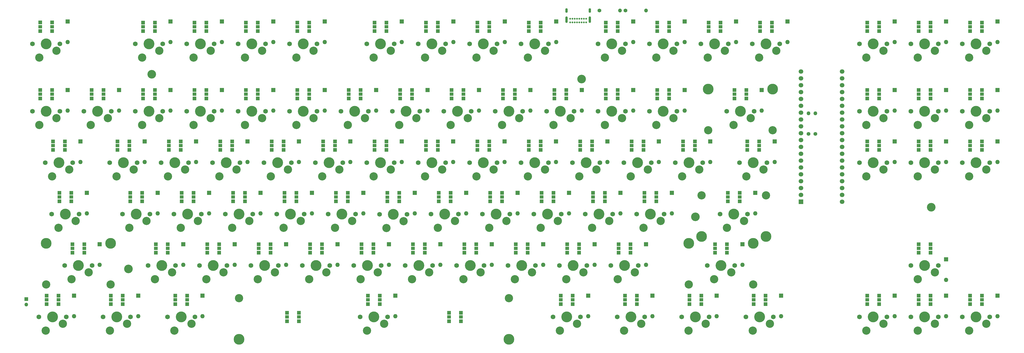
<source format=gbr>
%TF.GenerationSoftware,KiCad,Pcbnew,7.0.2*%
%TF.CreationDate,2023-04-24T23:20:51+02:00*%
%TF.ProjectId,TKL,544b4c2e-6b69-4636-9164-5f7063625858,rev?*%
%TF.SameCoordinates,Original*%
%TF.FileFunction,Soldermask,Top*%
%TF.FilePolarity,Negative*%
%FSLAX46Y46*%
G04 Gerber Fmt 4.6, Leading zero omitted, Abs format (unit mm)*
G04 Created by KiCad (PCBNEW 7.0.2) date 2023-04-24 23:20:51*
%MOMM*%
%LPD*%
G01*
G04 APERTURE LIST*
%ADD10C,3.200000*%
%ADD11C,1.400000*%
%ADD12O,1.400000X1.400000*%
%ADD13C,1.750000*%
%ADD14C,3.050000*%
%ADD15C,4.000000*%
%ADD16R,1.400000X1.400000*%
%ADD17R,1.400000X1.300000*%
%ADD18R,1.350000X1.350000*%
%ADD19O,1.350000X1.350000*%
%ADD20C,3.048000*%
%ADD21C,3.987800*%
%ADD22R,1.600000X1.600000*%
%ADD23O,1.600000X1.600000*%
%ADD24R,1.700000X1.700000*%
%ADD25C,1.700000*%
%ADD26C,0.650000*%
%ADD27O,0.900000X1.700000*%
%ADD28O,0.900000X2.400000*%
G04 APERTURE END LIST*
D10*
%TO.C,*%
X354076000Y-87122000D03*
%TD*%
%TO.C,*%
X56642000Y-109982000D03*
%TD*%
%TO.C,*%
X266700000Y-90678000D03*
%TD*%
%TO.C,*%
X224536000Y-39624000D03*
%TD*%
%TO.C,REF\u002A\u002A*%
X65278000Y-37846000D03*
%TD*%
D11*
%TO.C,R4*%
X240792000Y-14224000D03*
D12*
X248412000Y-14224000D03*
%TD*%
%TO.C,R3*%
X308610000Y-52324000D03*
D11*
X308610000Y-59944000D03*
%TD*%
D12*
%TO.C,R2*%
X311150000Y-52324000D03*
D11*
X311150000Y-59944000D03*
%TD*%
%TO.C,R1*%
X231140000Y-14224000D03*
D12*
X238760000Y-14224000D03*
%TD*%
D13*
%TO.C,SW2*%
X126550750Y-26612963D03*
D14*
X125280750Y-29152963D03*
D15*
X121470750Y-26612963D03*
D14*
X118930750Y-31692963D03*
D13*
X116390750Y-26612963D03*
%TD*%
%TO.C,SW3*%
X240850750Y-26612963D03*
D14*
X239580750Y-29152963D03*
D15*
X235770750Y-26612963D03*
D14*
X233230750Y-31692963D03*
D13*
X230690750Y-26612963D03*
%TD*%
%TO.C,SW4*%
X337688250Y-26612963D03*
D14*
X336418250Y-29152963D03*
D15*
X332608250Y-26612963D03*
D14*
X330068250Y-31692963D03*
D13*
X327528250Y-26612963D03*
%TD*%
%TO.C,SW5*%
X69400750Y-26612963D03*
D14*
X68130750Y-29152963D03*
D15*
X64320750Y-26612963D03*
D14*
X61780750Y-31692963D03*
D13*
X59240750Y-26612963D03*
%TD*%
%TO.C,SW7*%
X259900750Y-26612963D03*
D14*
X258630750Y-29152963D03*
D15*
X254820750Y-26612963D03*
D14*
X252280750Y-31692963D03*
D13*
X249740750Y-26612963D03*
%TD*%
%TO.C,SW8*%
X356738250Y-26612963D03*
D14*
X355468250Y-29152963D03*
D15*
X351658250Y-26612963D03*
D14*
X349118250Y-31692963D03*
D13*
X346578250Y-26612963D03*
%TD*%
%TO.C,SW9*%
X88450750Y-26612963D03*
D14*
X87180750Y-29152963D03*
D15*
X83370750Y-26612963D03*
D14*
X80830750Y-31692963D03*
D13*
X78290750Y-26612963D03*
%TD*%
%TO.C,SW11*%
X278950750Y-26612963D03*
D14*
X277680750Y-29152963D03*
D15*
X273870750Y-26612963D03*
D14*
X271330750Y-31692963D03*
D13*
X268790750Y-26612963D03*
%TD*%
%TO.C,SW12*%
X375788250Y-26612963D03*
D14*
X374518250Y-29152963D03*
D15*
X370708250Y-26612963D03*
D14*
X368168250Y-31692963D03*
D13*
X365628250Y-26612963D03*
%TD*%
%TO.C,SW14*%
X107500750Y-26612963D03*
D14*
X106230750Y-29152963D03*
D15*
X102420750Y-26612963D03*
D14*
X99880750Y-31692963D03*
D13*
X97340750Y-26612963D03*
%TD*%
%TO.C,SW15*%
X298000750Y-26612963D03*
D14*
X296730750Y-29152963D03*
D15*
X292920750Y-26612963D03*
D14*
X290380750Y-31692963D03*
D13*
X287840750Y-26612963D03*
%TD*%
%TO.C,SW17*%
X31273750Y-51593750D03*
D14*
X30003750Y-54133750D03*
D15*
X26193750Y-51593750D03*
D14*
X23653750Y-56673750D03*
D13*
X21113750Y-51593750D03*
%TD*%
%TO.C,SW18*%
X126523750Y-51593750D03*
D14*
X125253750Y-54133750D03*
D15*
X121443750Y-51593750D03*
D14*
X118903750Y-56673750D03*
D13*
X116363750Y-51593750D03*
%TD*%
%TO.C,SW19*%
X240823750Y-51593750D03*
D14*
X239553750Y-54133750D03*
D15*
X235743750Y-51593750D03*
D14*
X233203750Y-56673750D03*
D13*
X230663750Y-51593750D03*
%TD*%
%TO.C,SW20*%
X375761250Y-51593750D03*
D14*
X374491250Y-54133750D03*
D15*
X370681250Y-51593750D03*
D14*
X368141250Y-56673750D03*
D13*
X365601250Y-51593750D03*
%TD*%
%TO.C,SW21*%
X50323750Y-51593750D03*
D14*
X49053750Y-54133750D03*
D15*
X45243750Y-51593750D03*
D14*
X42703750Y-56673750D03*
D13*
X40163750Y-51593750D03*
%TD*%
%TO.C,SW22*%
X145573750Y-51593750D03*
D14*
X144303750Y-54133750D03*
D15*
X140493750Y-51593750D03*
D14*
X137953750Y-56673750D03*
D13*
X135413750Y-51593750D03*
%TD*%
%TO.C,SW23*%
X259873750Y-51593750D03*
D14*
X258603750Y-54133750D03*
D15*
X254793750Y-51593750D03*
D14*
X252253750Y-56673750D03*
D13*
X249713750Y-51593750D03*
%TD*%
%TO.C,SW24*%
X69373750Y-51593750D03*
D14*
X68103750Y-54133750D03*
D15*
X64293750Y-51593750D03*
D14*
X61753750Y-56673750D03*
D13*
X59213750Y-51593750D03*
%TD*%
%TO.C,SW25*%
X164623750Y-51593750D03*
D14*
X163353750Y-54133750D03*
D15*
X159543750Y-51593750D03*
D14*
X157003750Y-56673750D03*
D13*
X154463750Y-51593750D03*
%TD*%
%TO.C,SW26*%
X288448750Y-51593750D03*
D14*
X287178750Y-54133750D03*
D15*
X283368750Y-51593750D03*
D14*
X280828750Y-56673750D03*
D13*
X278288750Y-51593750D03*
%TD*%
%TO.C,SW27*%
X88423750Y-51593750D03*
D14*
X87153750Y-54133750D03*
D15*
X83343750Y-51593750D03*
D14*
X80803750Y-56673750D03*
D13*
X78263750Y-51593750D03*
%TD*%
%TO.C,SW28*%
X337661250Y-51593750D03*
D14*
X336391250Y-54133750D03*
D15*
X332581250Y-51593750D03*
D14*
X330041250Y-56673750D03*
D13*
X327501250Y-51593750D03*
%TD*%
%TO.C,SW29*%
X183673750Y-51593750D03*
D14*
X182403750Y-54133750D03*
D15*
X178593750Y-51593750D03*
D14*
X176053750Y-56673750D03*
D13*
X173513750Y-51593750D03*
%TD*%
%TO.C,SW30*%
X356711250Y-51593750D03*
D14*
X355441250Y-54133750D03*
D15*
X351631250Y-51593750D03*
D14*
X349091250Y-56673750D03*
D13*
X346551250Y-51593750D03*
%TD*%
%TO.C,SW31*%
X107473750Y-51593750D03*
D14*
X106203750Y-54133750D03*
D15*
X102393750Y-51593750D03*
D14*
X99853750Y-56673750D03*
D13*
X97313750Y-51593750D03*
%TD*%
%TO.C,SW32*%
X202723750Y-51593750D03*
D14*
X201453750Y-54133750D03*
D15*
X197643750Y-51593750D03*
D14*
X195103750Y-56673750D03*
D13*
X192563750Y-51593750D03*
%TD*%
%TO.C,SW33*%
X221773750Y-51593750D03*
D14*
X220503750Y-54133750D03*
D15*
X216693750Y-51593750D03*
D14*
X214153750Y-56673750D03*
D13*
X211613750Y-51593750D03*
%TD*%
%TO.C,SW34*%
X36036250Y-70643750D03*
D14*
X34766250Y-73183750D03*
D15*
X30956250Y-70643750D03*
D14*
X28416250Y-75723750D03*
D13*
X25876250Y-70643750D03*
%TD*%
%TO.C,SW35*%
X136048750Y-70643750D03*
D14*
X134778750Y-73183750D03*
D15*
X130968750Y-70643750D03*
D14*
X128428750Y-75723750D03*
D13*
X125888750Y-70643750D03*
%TD*%
%TO.C,SW36*%
X250348750Y-70643750D03*
D14*
X249078750Y-73183750D03*
D15*
X245268750Y-70643750D03*
D14*
X242728750Y-75723750D03*
D13*
X240188750Y-70643750D03*
%TD*%
%TO.C,SW37*%
X375761250Y-70643750D03*
D14*
X374491250Y-73183750D03*
D15*
X370681250Y-70643750D03*
D14*
X368141250Y-75723750D03*
D13*
X365601250Y-70643750D03*
%TD*%
%TO.C,SW38*%
X59848750Y-70643750D03*
D14*
X58578750Y-73183750D03*
D15*
X54768750Y-70643750D03*
D14*
X52228750Y-75723750D03*
D13*
X49688750Y-70643750D03*
%TD*%
%TO.C,SW39*%
X155098750Y-70643750D03*
D14*
X153828750Y-73183750D03*
D15*
X150018750Y-70643750D03*
D14*
X147478750Y-75723750D03*
D13*
X144938750Y-70643750D03*
%TD*%
%TO.C,SW40*%
X269398750Y-70643750D03*
D14*
X268128750Y-73183750D03*
D15*
X264318750Y-70643750D03*
D14*
X261778750Y-75723750D03*
D13*
X259238750Y-70643750D03*
%TD*%
%TO.C,SW41*%
X78898750Y-70643750D03*
D14*
X77628750Y-73183750D03*
D15*
X73818750Y-70643750D03*
D14*
X71278750Y-75723750D03*
D13*
X68738750Y-70643750D03*
%TD*%
%TO.C,SW42*%
X174148750Y-70643750D03*
D14*
X172878750Y-73183750D03*
D15*
X169068750Y-70643750D03*
D14*
X166528750Y-75723750D03*
D13*
X163988750Y-70643750D03*
%TD*%
%TO.C,SW43*%
X293211250Y-70643750D03*
D14*
X291941250Y-73183750D03*
D15*
X288131250Y-70643750D03*
D14*
X285591250Y-75723750D03*
D13*
X283051250Y-70643750D03*
%TD*%
%TO.C,SW44*%
X97948750Y-70643750D03*
D14*
X96678750Y-73183750D03*
D15*
X92868750Y-70643750D03*
D14*
X90328750Y-75723750D03*
D13*
X87788750Y-70643750D03*
%TD*%
%TO.C,SW45*%
X337661250Y-70643750D03*
D14*
X336391250Y-73183750D03*
D15*
X332581250Y-70643750D03*
D14*
X330041250Y-75723750D03*
D13*
X327501250Y-70643750D03*
%TD*%
%TO.C,SW46*%
X193198750Y-70643750D03*
D14*
X191928750Y-73183750D03*
D15*
X188118750Y-70643750D03*
D14*
X185578750Y-75723750D03*
D13*
X183038750Y-70643750D03*
%TD*%
%TO.C,SW47*%
X356711250Y-70643750D03*
D14*
X355441250Y-73183750D03*
D15*
X351631250Y-70643750D03*
D14*
X349091250Y-75723750D03*
D13*
X346551250Y-70643750D03*
%TD*%
%TO.C,SW48*%
X116998750Y-70643750D03*
D14*
X115728750Y-73183750D03*
D15*
X111918750Y-70643750D03*
D14*
X109378750Y-75723750D03*
D13*
X106838750Y-70643750D03*
%TD*%
%TO.C,SW49*%
X212248750Y-70643750D03*
D14*
X210978750Y-73183750D03*
D15*
X207168750Y-70643750D03*
D14*
X204628750Y-75723750D03*
D13*
X202088750Y-70643750D03*
%TD*%
%TO.C,SW50*%
X231298750Y-70643750D03*
D14*
X230028750Y-73183750D03*
D15*
X226218750Y-70643750D03*
D14*
X223678750Y-75723750D03*
D13*
X221138750Y-70643750D03*
%TD*%
%TO.C,SW51*%
X38417500Y-89693750D03*
D14*
X37147500Y-92233750D03*
D15*
X33337500Y-89693750D03*
D14*
X30797500Y-94773750D03*
D13*
X28257500Y-89693750D03*
%TD*%
%TO.C,SW52*%
X140811250Y-89693750D03*
D14*
X139541250Y-92233750D03*
D15*
X135731250Y-89693750D03*
D14*
X133191250Y-94773750D03*
D13*
X130651250Y-89693750D03*
%TD*%
%TO.C,SW53*%
X255111250Y-89693750D03*
D14*
X253841250Y-92233750D03*
D15*
X250031250Y-89693750D03*
D14*
X247491250Y-94773750D03*
D13*
X244951250Y-89693750D03*
%TD*%
%TO.C,SW54*%
X64611250Y-89693750D03*
D14*
X63341250Y-92233750D03*
D15*
X59531250Y-89693750D03*
D14*
X56991250Y-94773750D03*
D13*
X54451250Y-89693750D03*
%TD*%
%TO.C,SW55*%
X159839918Y-89695668D03*
D14*
X158569918Y-92235668D03*
D15*
X154759918Y-89695668D03*
D14*
X152219918Y-94775668D03*
D13*
X149679918Y-89695668D03*
%TD*%
%TO.C,SW56*%
X286067500Y-89693750D03*
D14*
X284797500Y-92233750D03*
D15*
X280987500Y-89693750D03*
D14*
X278447500Y-94773750D03*
D13*
X275907500Y-89693750D03*
%TD*%
%TO.C,SW57*%
X83661250Y-89693750D03*
D14*
X82391250Y-92233750D03*
D15*
X78581250Y-89693750D03*
D14*
X76041250Y-94773750D03*
D13*
X73501250Y-89693750D03*
%TD*%
%TO.C,SW58*%
X178911250Y-89693750D03*
D14*
X177641250Y-92233750D03*
D15*
X173831250Y-89693750D03*
D14*
X171291250Y-94773750D03*
D13*
X168751250Y-89693750D03*
%TD*%
%TO.C,SW59*%
X102711250Y-89693750D03*
D14*
X101441250Y-92233750D03*
D15*
X97631250Y-89693750D03*
D14*
X95091250Y-94773750D03*
D13*
X92551250Y-89693750D03*
%TD*%
%TO.C,SW60*%
X197961250Y-89693750D03*
D14*
X196691250Y-92233750D03*
D15*
X192881250Y-89693750D03*
D14*
X190341250Y-94773750D03*
D13*
X187801250Y-89693750D03*
%TD*%
%TO.C,SW61*%
X121761250Y-89693750D03*
D14*
X120491250Y-92233750D03*
D15*
X116681250Y-89693750D03*
D14*
X114141250Y-94773750D03*
D13*
X111601250Y-89693750D03*
%TD*%
%TO.C,SW62*%
X217000017Y-89693750D03*
D14*
X215730017Y-92233750D03*
D15*
X211920017Y-89693750D03*
D14*
X209380017Y-94773750D03*
D13*
X206840017Y-89693750D03*
%TD*%
%TO.C,SW63*%
X236061250Y-89693750D03*
D14*
X234791250Y-92233750D03*
D15*
X230981250Y-89693750D03*
D14*
X228441250Y-94773750D03*
D13*
X225901250Y-89693750D03*
%TD*%
%TO.C,SW64*%
X43180000Y-108743750D03*
D14*
X41910000Y-111283750D03*
D15*
X38100000Y-108743750D03*
D14*
X35560000Y-113823750D03*
D13*
X33020000Y-108743750D03*
%TD*%
%TO.C,SW65*%
X131286250Y-108743750D03*
D14*
X130016250Y-111283750D03*
D15*
X126206250Y-108743750D03*
D14*
X123666250Y-113823750D03*
D13*
X121126250Y-108743750D03*
%TD*%
%TO.C,SW66*%
X245586250Y-108743750D03*
D14*
X244316250Y-111283750D03*
D15*
X240506250Y-108743750D03*
D14*
X237966250Y-113823750D03*
D13*
X235426250Y-108743750D03*
%TD*%
%TO.C,SW67*%
X150336250Y-108743750D03*
D14*
X149066250Y-111283750D03*
D15*
X145256250Y-108743750D03*
D14*
X142716250Y-113823750D03*
D13*
X140176250Y-108743750D03*
%TD*%
%TO.C,SW68*%
X281305000Y-108743750D03*
D14*
X280035000Y-111283750D03*
D15*
X276225000Y-108743750D03*
D14*
X273685000Y-113823750D03*
D13*
X271145000Y-108743750D03*
%TD*%
%TO.C,SW69*%
X74136250Y-108743750D03*
D14*
X72866250Y-111283750D03*
D15*
X69056250Y-108743750D03*
D14*
X66516250Y-113823750D03*
D13*
X63976250Y-108743750D03*
%TD*%
%TO.C,SW70*%
X169386250Y-108743750D03*
D14*
X168116250Y-111283750D03*
D15*
X164306250Y-108743750D03*
D14*
X161766250Y-113823750D03*
D13*
X159226250Y-108743750D03*
%TD*%
%TO.C,SW71*%
X356711250Y-108743750D03*
D14*
X355441250Y-111283750D03*
D15*
X351631250Y-108743750D03*
D14*
X349091250Y-113823750D03*
D13*
X346551250Y-108743750D03*
%TD*%
%TO.C,SW72*%
X93186250Y-108743750D03*
D14*
X91916250Y-111283750D03*
D15*
X88106250Y-108743750D03*
D14*
X85566250Y-113823750D03*
D13*
X83026250Y-108743750D03*
%TD*%
%TO.C,SW73*%
X188436250Y-108743750D03*
D14*
X187166250Y-111283750D03*
D15*
X183356250Y-108743750D03*
D14*
X180816250Y-113823750D03*
D13*
X178276250Y-108743750D03*
%TD*%
%TO.C,SW74*%
X112236250Y-108743750D03*
D14*
X110966250Y-111283750D03*
D15*
X107156250Y-108743750D03*
D14*
X104616250Y-113823750D03*
D13*
X102076250Y-108743750D03*
%TD*%
%TO.C,SW75*%
X207486250Y-108743750D03*
D14*
X206216250Y-111283750D03*
D15*
X202406250Y-108743750D03*
D14*
X199866250Y-113823750D03*
D13*
X197326250Y-108743750D03*
%TD*%
%TO.C,SW76*%
X226536250Y-108743750D03*
D14*
X225266250Y-111283750D03*
D15*
X221456250Y-108743750D03*
D14*
X218916250Y-113823750D03*
D13*
X216376250Y-108743750D03*
%TD*%
%TO.C,SW77*%
X33655000Y-127793750D03*
D14*
X32385000Y-130333750D03*
D15*
X28575000Y-127793750D03*
D14*
X26035000Y-132873750D03*
D13*
X23495000Y-127793750D03*
%TD*%
%TO.C,SW78*%
X247967500Y-127793750D03*
D14*
X246697500Y-130333750D03*
D15*
X242887500Y-127793750D03*
D14*
X240347500Y-132873750D03*
D13*
X237807500Y-127793750D03*
%TD*%
%TO.C,SW79*%
X375761250Y-127793750D03*
D14*
X374491250Y-130333750D03*
D15*
X370681250Y-127793750D03*
D14*
X368141250Y-132873750D03*
D13*
X365601250Y-127793750D03*
%TD*%
%TO.C,SW80*%
X57467500Y-127793750D03*
D14*
X56197500Y-130333750D03*
D15*
X52387500Y-127793750D03*
D14*
X49847500Y-132873750D03*
D13*
X47307500Y-127793750D03*
%TD*%
%TO.C,SW81*%
X271780000Y-127793750D03*
D14*
X270510000Y-130333750D03*
D15*
X266700000Y-127793750D03*
D14*
X264160000Y-132873750D03*
D13*
X261620000Y-127793750D03*
%TD*%
%TO.C,SW82*%
X81280000Y-127793750D03*
D14*
X80010000Y-130333750D03*
D15*
X76200000Y-127793750D03*
D14*
X73660000Y-132873750D03*
D13*
X71120000Y-127793750D03*
%TD*%
%TO.C,SW83*%
X295592500Y-127793750D03*
D14*
X294322500Y-130333750D03*
D15*
X290512500Y-127793750D03*
D14*
X287972500Y-132873750D03*
D13*
X285432500Y-127793750D03*
%TD*%
%TO.C,SW85*%
X337661250Y-127793750D03*
D14*
X336391250Y-130333750D03*
D15*
X332581250Y-127793750D03*
D14*
X330041250Y-132873750D03*
D13*
X327501250Y-127793750D03*
%TD*%
%TO.C,SW86*%
X224155000Y-127793750D03*
D14*
X222885000Y-130333750D03*
D15*
X219075000Y-127793750D03*
D14*
X216535000Y-132873750D03*
D13*
X213995000Y-127793750D03*
%TD*%
%TO.C,SW87*%
X356711250Y-127793750D03*
D14*
X355441250Y-130333750D03*
D15*
X351631250Y-127793750D03*
D14*
X349091250Y-132873750D03*
D13*
X346551250Y-127793750D03*
%TD*%
%TO.C,SW6*%
X155125750Y-26612963D03*
D14*
X153855750Y-29152963D03*
D15*
X150045750Y-26612963D03*
D14*
X147505750Y-31692963D03*
D13*
X144965750Y-26612963D03*
%TD*%
%TO.C,SW16*%
X212275750Y-26612963D03*
D14*
X211005750Y-29152963D03*
D15*
X207195750Y-26612963D03*
D14*
X204655750Y-31692963D03*
D13*
X202115750Y-26612963D03*
%TD*%
%TO.C,SW10*%
X174175750Y-26612963D03*
D14*
X172905750Y-29152963D03*
D15*
X169095750Y-26612963D03*
D14*
X166555750Y-31692963D03*
D13*
X164015750Y-26612963D03*
%TD*%
%TO.C,SW13*%
X193225750Y-26612963D03*
D14*
X191955750Y-29152963D03*
D15*
X188145750Y-26612963D03*
D14*
X185605750Y-31692963D03*
D13*
X183065750Y-26612963D03*
%TD*%
%TO.C,SW1*%
X31273750Y-26593750D03*
D14*
X30003750Y-29133750D03*
D15*
X26193750Y-26593750D03*
D14*
X23653750Y-31673750D03*
D13*
X21113750Y-26593750D03*
%TD*%
D16*
%TO.C,U1*%
X28393750Y-46843750D03*
D17*
X28393750Y-45243750D03*
D16*
X28393750Y-43643750D03*
X23993750Y-43643750D03*
D17*
X23993750Y-45243750D03*
D16*
X23993750Y-46843750D03*
%TD*%
%TO.C,U2*%
X23993750Y-18643750D03*
D17*
X23993750Y-20243750D03*
D16*
X23993750Y-21843750D03*
X28393750Y-21843750D03*
D17*
X28393750Y-20243750D03*
D16*
X28393750Y-18643750D03*
%TD*%
%TO.C,U3*%
X28756250Y-62693750D03*
D17*
X28756250Y-64293750D03*
D16*
X28756250Y-65893750D03*
X33156250Y-65893750D03*
D17*
X33156250Y-64293750D03*
D16*
X33156250Y-62693750D03*
%TD*%
%TO.C,U5*%
X35900000Y-100793750D03*
D17*
X35900000Y-102393750D03*
D16*
X35900000Y-103993750D03*
X40300000Y-103993750D03*
D17*
X40300000Y-102393750D03*
D16*
X40300000Y-100793750D03*
%TD*%
%TO.C,U6*%
X47443750Y-46843750D03*
D17*
X47443750Y-45243750D03*
D16*
X47443750Y-43643750D03*
X43043750Y-43643750D03*
D17*
X43043750Y-45243750D03*
D16*
X43043750Y-46843750D03*
%TD*%
%TO.C,U7*%
X62120750Y-18662963D03*
D17*
X62120750Y-20262963D03*
D16*
X62120750Y-21862963D03*
X66520750Y-21862963D03*
D17*
X66520750Y-20262963D03*
D16*
X66520750Y-18662963D03*
%TD*%
%TO.C,U8*%
X52568750Y-62693750D03*
D17*
X52568750Y-64293750D03*
D16*
X52568750Y-65893750D03*
X56968750Y-65893750D03*
D17*
X56968750Y-64293750D03*
D16*
X56968750Y-62693750D03*
%TD*%
%TO.C,U9*%
X61731250Y-84943750D03*
D17*
X61731250Y-83343750D03*
D16*
X61731250Y-81743750D03*
X57331250Y-81743750D03*
D17*
X57331250Y-83343750D03*
D16*
X57331250Y-84943750D03*
%TD*%
%TO.C,U10*%
X30775000Y-123043750D03*
D17*
X30775000Y-121443750D03*
D16*
X30775000Y-119843750D03*
X26375000Y-119843750D03*
D17*
X26375000Y-121443750D03*
D16*
X26375000Y-123043750D03*
%TD*%
%TO.C,U11*%
X66856250Y-100793750D03*
D17*
X66856250Y-102393750D03*
D16*
X66856250Y-103993750D03*
X71256250Y-103993750D03*
D17*
X71256250Y-102393750D03*
D16*
X71256250Y-100793750D03*
%TD*%
%TO.C,U12*%
X66493750Y-46843750D03*
D17*
X66493750Y-45243750D03*
D16*
X66493750Y-43643750D03*
X62093750Y-43643750D03*
D17*
X62093750Y-45243750D03*
D16*
X62093750Y-46843750D03*
%TD*%
%TO.C,U14*%
X71618750Y-62693750D03*
D17*
X71618750Y-64293750D03*
D16*
X71618750Y-65893750D03*
X76018750Y-65893750D03*
D17*
X76018750Y-64293750D03*
D16*
X76018750Y-62693750D03*
%TD*%
%TO.C,U15*%
X80781250Y-84943750D03*
D17*
X80781250Y-83343750D03*
D16*
X80781250Y-81743750D03*
X76381250Y-81743750D03*
D17*
X76381250Y-83343750D03*
D16*
X76381250Y-84943750D03*
%TD*%
%TO.C,U16*%
X54587500Y-123043750D03*
D17*
X54587500Y-121443750D03*
D16*
X54587500Y-119843750D03*
X50187500Y-119843750D03*
D17*
X50187500Y-121443750D03*
D16*
X50187500Y-123043750D03*
%TD*%
%TO.C,U17*%
X85906250Y-100793750D03*
D17*
X85906250Y-102393750D03*
D16*
X85906250Y-103993750D03*
X90306250Y-103993750D03*
D17*
X90306250Y-102393750D03*
D16*
X90306250Y-100793750D03*
%TD*%
%TO.C,U18*%
X85543750Y-46843750D03*
D17*
X85543750Y-45243750D03*
D16*
X85543750Y-43643750D03*
X81143750Y-43643750D03*
D17*
X81143750Y-45243750D03*
D16*
X81143750Y-46843750D03*
%TD*%
%TO.C,U19*%
X100220750Y-18662963D03*
D17*
X100220750Y-20262963D03*
D16*
X100220750Y-21862963D03*
X104620750Y-21862963D03*
D17*
X104620750Y-20262963D03*
D16*
X104620750Y-18662963D03*
%TD*%
%TO.C,U20*%
X90668750Y-62693750D03*
D17*
X90668750Y-64293750D03*
D16*
X90668750Y-65893750D03*
X95068750Y-65893750D03*
D17*
X95068750Y-64293750D03*
D16*
X95068750Y-62693750D03*
%TD*%
%TO.C,U21*%
X99831250Y-84943750D03*
D17*
X99831250Y-83343750D03*
D16*
X99831250Y-81743750D03*
X95431250Y-81743750D03*
D17*
X95431250Y-83343750D03*
D16*
X95431250Y-84943750D03*
%TD*%
%TO.C,U22*%
X78400000Y-123043750D03*
D17*
X78400000Y-121443750D03*
D16*
X78400000Y-119843750D03*
X74000000Y-119843750D03*
D17*
X74000000Y-121443750D03*
D16*
X74000000Y-123043750D03*
%TD*%
%TO.C,U23*%
X104956250Y-100793750D03*
D17*
X104956250Y-102393750D03*
D16*
X104956250Y-103993750D03*
X109356250Y-103993750D03*
D17*
X109356250Y-102393750D03*
D16*
X109356250Y-100793750D03*
%TD*%
%TO.C,U24*%
X104593750Y-46843750D03*
D17*
X104593750Y-45243750D03*
D16*
X104593750Y-43643750D03*
X100193750Y-43643750D03*
D17*
X100193750Y-45243750D03*
D16*
X100193750Y-46843750D03*
%TD*%
%TO.C,U25*%
X119270750Y-18662963D03*
D17*
X119270750Y-20262963D03*
D16*
X119270750Y-21862963D03*
X123670750Y-21862963D03*
D17*
X123670750Y-20262963D03*
D16*
X123670750Y-18662963D03*
%TD*%
%TO.C,U26*%
X109718750Y-62693750D03*
D17*
X109718750Y-64293750D03*
D16*
X109718750Y-65893750D03*
X114118750Y-65893750D03*
D17*
X114118750Y-64293750D03*
D16*
X114118750Y-62693750D03*
%TD*%
%TO.C,U27*%
X118881250Y-84943750D03*
D17*
X118881250Y-83343750D03*
D16*
X118881250Y-81743750D03*
X114481250Y-81743750D03*
D17*
X114481250Y-83343750D03*
D16*
X114481250Y-84943750D03*
%TD*%
%TO.C,U28*%
X124006250Y-100793750D03*
D17*
X124006250Y-102393750D03*
D16*
X124006250Y-103993750D03*
X128406250Y-103993750D03*
D17*
X128406250Y-102393750D03*
D16*
X128406250Y-100793750D03*
%TD*%
%TO.C,U29*%
X149837500Y-123043750D03*
D17*
X149837500Y-121443750D03*
D16*
X149837500Y-119843750D03*
X145437500Y-119843750D03*
D17*
X145437500Y-121443750D03*
D16*
X145437500Y-123043750D03*
%TD*%
%TO.C,U30*%
X123643750Y-46843750D03*
D17*
X123643750Y-45243750D03*
D16*
X123643750Y-43643750D03*
X119243750Y-43643750D03*
D17*
X119243750Y-45243750D03*
D16*
X119243750Y-46843750D03*
%TD*%
%TO.C,U31*%
X147845750Y-18662963D03*
D17*
X147845750Y-20262963D03*
D16*
X147845750Y-21862963D03*
X152245750Y-21862963D03*
D17*
X152245750Y-20262963D03*
D16*
X152245750Y-18662963D03*
%TD*%
%TO.C,U32*%
X128768750Y-62693750D03*
D17*
X128768750Y-64293750D03*
D16*
X128768750Y-65893750D03*
X133168750Y-65893750D03*
D17*
X133168750Y-64293750D03*
D16*
X133168750Y-62693750D03*
%TD*%
%TO.C,U33*%
X137931250Y-84943750D03*
D17*
X137931250Y-83343750D03*
D16*
X137931250Y-81743750D03*
X133531250Y-81743750D03*
D17*
X133531250Y-83343750D03*
D16*
X133531250Y-84943750D03*
%TD*%
%TO.C,U34*%
X221275000Y-123043750D03*
D17*
X221275000Y-121443750D03*
D16*
X221275000Y-119843750D03*
X216875000Y-119843750D03*
D17*
X216875000Y-121443750D03*
D16*
X216875000Y-123043750D03*
%TD*%
%TO.C,U35*%
X143056250Y-100793750D03*
D17*
X143056250Y-102393750D03*
D16*
X143056250Y-103993750D03*
X147456250Y-103993750D03*
D17*
X147456250Y-102393750D03*
D16*
X147456250Y-100793750D03*
%TD*%
%TO.C,U36*%
X142693750Y-46843750D03*
D17*
X142693750Y-45243750D03*
D16*
X142693750Y-43643750D03*
X138293750Y-43643750D03*
D17*
X138293750Y-45243750D03*
D16*
X138293750Y-46843750D03*
%TD*%
%TO.C,U37*%
X166895750Y-18662963D03*
D17*
X166895750Y-20262963D03*
D16*
X166895750Y-21862963D03*
X171295750Y-21862963D03*
D17*
X171295750Y-20262963D03*
D16*
X171295750Y-18662963D03*
%TD*%
%TO.C,U38*%
X147818750Y-62693750D03*
D17*
X147818750Y-64293750D03*
D16*
X147818750Y-65893750D03*
X152218750Y-65893750D03*
D17*
X152218750Y-64293750D03*
D16*
X152218750Y-62693750D03*
%TD*%
%TO.C,U39*%
X245087500Y-123043750D03*
D17*
X245087500Y-121443750D03*
D16*
X245087500Y-119843750D03*
X240687500Y-119843750D03*
D17*
X240687500Y-121443750D03*
D16*
X240687500Y-123043750D03*
%TD*%
%TO.C,U40*%
X156959918Y-84945668D03*
D17*
X156959918Y-83345668D03*
D16*
X156959918Y-81745668D03*
X152559918Y-81745668D03*
D17*
X152559918Y-83345668D03*
D16*
X152559918Y-84945668D03*
%TD*%
%TO.C,U41*%
X162106250Y-100793750D03*
D17*
X162106250Y-102393750D03*
D16*
X162106250Y-103993750D03*
X166506250Y-103993750D03*
D17*
X166506250Y-102393750D03*
D16*
X166506250Y-100793750D03*
%TD*%
%TO.C,U42*%
X185945750Y-18662963D03*
D17*
X185945750Y-20262963D03*
D16*
X185945750Y-21862963D03*
X190345750Y-21862963D03*
D17*
X190345750Y-20262963D03*
D16*
X190345750Y-18662963D03*
%TD*%
%TO.C,U43*%
X161743750Y-46843750D03*
D17*
X161743750Y-45243750D03*
D16*
X161743750Y-43643750D03*
X157343750Y-43643750D03*
D17*
X157343750Y-45243750D03*
D16*
X157343750Y-46843750D03*
%TD*%
%TO.C,U44*%
X166868750Y-62693750D03*
D17*
X166868750Y-64293750D03*
D16*
X166868750Y-65893750D03*
X171268750Y-65893750D03*
D17*
X171268750Y-64293750D03*
D16*
X171268750Y-62693750D03*
%TD*%
%TO.C,U45*%
X268900000Y-123043750D03*
D17*
X268900000Y-121443750D03*
D16*
X268900000Y-119843750D03*
X264500000Y-119843750D03*
D17*
X264500000Y-121443750D03*
D16*
X264500000Y-123043750D03*
%TD*%
%TO.C,U46*%
X176031250Y-84943750D03*
D17*
X176031250Y-83343750D03*
D16*
X176031250Y-81743750D03*
X171631250Y-81743750D03*
D17*
X171631250Y-83343750D03*
D16*
X171631250Y-84943750D03*
%TD*%
%TO.C,U47*%
X181156250Y-100793750D03*
D17*
X181156250Y-102393750D03*
D16*
X181156250Y-103993750D03*
X185556250Y-103993750D03*
D17*
X185556250Y-102393750D03*
D16*
X185556250Y-100793750D03*
%TD*%
%TO.C,U48*%
X204995750Y-18662963D03*
D17*
X204995750Y-20262963D03*
D16*
X204995750Y-21862963D03*
X209395750Y-21862963D03*
D17*
X209395750Y-20262963D03*
D16*
X209395750Y-18662963D03*
%TD*%
%TO.C,U49*%
X180793750Y-46843750D03*
D17*
X180793750Y-45243750D03*
D16*
X180793750Y-43643750D03*
X176393750Y-43643750D03*
D17*
X176393750Y-45243750D03*
D16*
X176393750Y-46843750D03*
%TD*%
%TO.C,U50*%
X185918750Y-62693750D03*
D17*
X185918750Y-64293750D03*
D16*
X185918750Y-65893750D03*
X190318750Y-65893750D03*
D17*
X190318750Y-64293750D03*
D16*
X190318750Y-62693750D03*
%TD*%
%TO.C,U51*%
X292712500Y-123043750D03*
D17*
X292712500Y-121443750D03*
D16*
X292712500Y-119843750D03*
X288312500Y-119843750D03*
D17*
X288312500Y-121443750D03*
D16*
X288312500Y-123043750D03*
%TD*%
%TO.C,U52*%
X195081250Y-84943750D03*
D17*
X195081250Y-83343750D03*
D16*
X195081250Y-81743750D03*
X190681250Y-81743750D03*
D17*
X190681250Y-83343750D03*
D16*
X190681250Y-84943750D03*
%TD*%
%TO.C,U53*%
X200206250Y-100793750D03*
D17*
X200206250Y-102393750D03*
D16*
X200206250Y-103993750D03*
X204606250Y-103993750D03*
D17*
X204606250Y-102393750D03*
D16*
X204606250Y-100793750D03*
%TD*%
%TO.C,U54*%
X233570750Y-18662963D03*
D17*
X233570750Y-20262963D03*
D16*
X233570750Y-21862963D03*
X237970750Y-21862963D03*
D17*
X237970750Y-20262963D03*
D16*
X237970750Y-18662963D03*
%TD*%
%TO.C,U55*%
X199843750Y-46843750D03*
D17*
X199843750Y-45243750D03*
D16*
X199843750Y-43643750D03*
X195443750Y-43643750D03*
D17*
X195443750Y-45243750D03*
D16*
X195443750Y-46843750D03*
%TD*%
%TO.C,U56*%
X204968750Y-62693750D03*
D17*
X204968750Y-64293750D03*
D16*
X204968750Y-65893750D03*
X209368750Y-65893750D03*
D17*
X209368750Y-64293750D03*
D16*
X209368750Y-62693750D03*
%TD*%
%TO.C,U57*%
X334781250Y-123043750D03*
D17*
X334781250Y-121443750D03*
D16*
X334781250Y-119843750D03*
X330381250Y-119843750D03*
D17*
X330381250Y-121443750D03*
D16*
X330381250Y-123043750D03*
%TD*%
%TO.C,U58*%
X214120017Y-84943750D03*
D17*
X214120017Y-83343750D03*
D16*
X214120017Y-81743750D03*
X209720017Y-81743750D03*
D17*
X209720017Y-83343750D03*
D16*
X209720017Y-84943750D03*
%TD*%
%TO.C,U59*%
X219256250Y-100793750D03*
D17*
X219256250Y-102393750D03*
D16*
X219256250Y-103993750D03*
X223656250Y-103993750D03*
D17*
X223656250Y-102393750D03*
D16*
X223656250Y-100793750D03*
%TD*%
%TO.C,U60*%
X218893750Y-46843750D03*
D17*
X218893750Y-45243750D03*
D16*
X218893750Y-43643750D03*
X214493750Y-43643750D03*
D17*
X214493750Y-45243750D03*
D16*
X214493750Y-46843750D03*
%TD*%
%TO.C,U61*%
X252620750Y-18662963D03*
D17*
X252620750Y-20262963D03*
D16*
X252620750Y-21862963D03*
X257020750Y-21862963D03*
D17*
X257020750Y-20262963D03*
D16*
X257020750Y-18662963D03*
%TD*%
%TO.C,U62*%
X224018750Y-62693750D03*
D17*
X224018750Y-64293750D03*
D16*
X224018750Y-65893750D03*
X228418750Y-65893750D03*
D17*
X228418750Y-64293750D03*
D16*
X228418750Y-62693750D03*
%TD*%
%TO.C,U63*%
X353831250Y-123043750D03*
D17*
X353831250Y-121443750D03*
D16*
X353831250Y-119843750D03*
X349431250Y-119843750D03*
D17*
X349431250Y-121443750D03*
D16*
X349431250Y-123043750D03*
%TD*%
%TO.C,U64*%
X238306250Y-100793750D03*
D17*
X238306250Y-102393750D03*
D16*
X238306250Y-103993750D03*
X242706250Y-103993750D03*
D17*
X242706250Y-102393750D03*
D16*
X242706250Y-100793750D03*
%TD*%
%TO.C,U65*%
X233181250Y-84943750D03*
D17*
X233181250Y-83343750D03*
D16*
X233181250Y-81743750D03*
X228781250Y-81743750D03*
D17*
X228781250Y-83343750D03*
D16*
X228781250Y-84943750D03*
%TD*%
%TO.C,U66*%
X237943750Y-46843750D03*
D17*
X237943750Y-45243750D03*
D16*
X237943750Y-43643750D03*
X233543750Y-43643750D03*
D17*
X233543750Y-45243750D03*
D16*
X233543750Y-46843750D03*
%TD*%
%TO.C,U67*%
X271670750Y-18662963D03*
D17*
X271670750Y-20262963D03*
D16*
X271670750Y-21862963D03*
X276070750Y-21862963D03*
D17*
X276070750Y-20262963D03*
D16*
X276070750Y-18662963D03*
%TD*%
%TO.C,U68*%
X243068750Y-62693750D03*
D17*
X243068750Y-64293750D03*
D16*
X243068750Y-65893750D03*
X247468750Y-65893750D03*
D17*
X247468750Y-64293750D03*
D16*
X247468750Y-62693750D03*
%TD*%
%TO.C,U69*%
X372881250Y-123043750D03*
D17*
X372881250Y-121443750D03*
D16*
X372881250Y-119843750D03*
X368481250Y-119843750D03*
D17*
X368481250Y-121443750D03*
D16*
X368481250Y-123043750D03*
%TD*%
%TO.C,U70*%
X274025000Y-100793750D03*
D17*
X274025000Y-102393750D03*
D16*
X274025000Y-103993750D03*
X278425000Y-103993750D03*
D17*
X278425000Y-102393750D03*
D16*
X278425000Y-100793750D03*
%TD*%
%TO.C,U71*%
X252231250Y-84943750D03*
D17*
X252231250Y-83343750D03*
D16*
X252231250Y-81743750D03*
X247831250Y-81743750D03*
D17*
X247831250Y-83343750D03*
D16*
X247831250Y-84943750D03*
%TD*%
%TO.C,U72*%
X256993750Y-46843750D03*
D17*
X256993750Y-45243750D03*
D16*
X256993750Y-43643750D03*
X252593750Y-43643750D03*
D17*
X252593750Y-45243750D03*
D16*
X252593750Y-46843750D03*
%TD*%
%TO.C,U73*%
X290720750Y-18662963D03*
D17*
X290720750Y-20262963D03*
D16*
X290720750Y-21862963D03*
X295120750Y-21862963D03*
D17*
X295120750Y-20262963D03*
D16*
X295120750Y-18662963D03*
%TD*%
%TO.C,U74*%
X262118750Y-62693750D03*
D17*
X262118750Y-64293750D03*
D16*
X262118750Y-65893750D03*
X266518750Y-65893750D03*
D17*
X266518750Y-64293750D03*
D16*
X266518750Y-62693750D03*
%TD*%
%TO.C,U75*%
X349431250Y-100793750D03*
D17*
X349431250Y-102393750D03*
D16*
X349431250Y-103993750D03*
X353831250Y-103993750D03*
D17*
X353831250Y-102393750D03*
D16*
X353831250Y-100793750D03*
%TD*%
%TO.C,U76*%
X283187500Y-84943750D03*
D17*
X283187500Y-83343750D03*
D16*
X283187500Y-81743750D03*
X278787500Y-81743750D03*
D17*
X278787500Y-83343750D03*
D16*
X278787500Y-84943750D03*
%TD*%
%TO.C,U77*%
X285568750Y-46843750D03*
D17*
X285568750Y-45243750D03*
D16*
X285568750Y-43643750D03*
X281168750Y-43643750D03*
D17*
X281168750Y-45243750D03*
D16*
X281168750Y-46843750D03*
%TD*%
%TO.C,U78*%
X330408250Y-18662963D03*
D17*
X330408250Y-20262963D03*
D16*
X330408250Y-21862963D03*
X334808250Y-21862963D03*
D17*
X334808250Y-20262963D03*
D16*
X334808250Y-18662963D03*
%TD*%
%TO.C,U79*%
X285931250Y-62693750D03*
D17*
X285931250Y-64293750D03*
D16*
X285931250Y-65893750D03*
X290331250Y-65893750D03*
D17*
X290331250Y-64293750D03*
D16*
X290331250Y-62693750D03*
%TD*%
%TO.C,U80*%
X334781250Y-46843750D03*
D17*
X334781250Y-45243750D03*
D16*
X334781250Y-43643750D03*
X330381250Y-43643750D03*
D17*
X330381250Y-45243750D03*
D16*
X330381250Y-46843750D03*
%TD*%
%TO.C,U81*%
X349458250Y-18662963D03*
D17*
X349458250Y-20262963D03*
D16*
X349458250Y-21862963D03*
X353858250Y-21862963D03*
D17*
X353858250Y-20262963D03*
D16*
X353858250Y-18662963D03*
%TD*%
%TO.C,U82*%
X330381250Y-62693750D03*
D17*
X330381250Y-64293750D03*
D16*
X330381250Y-65893750D03*
X334781250Y-65893750D03*
D17*
X334781250Y-64293750D03*
D16*
X334781250Y-62693750D03*
%TD*%
%TO.C,U83*%
X353831250Y-46843750D03*
D17*
X353831250Y-45243750D03*
D16*
X353831250Y-43643750D03*
X349431250Y-43643750D03*
D17*
X349431250Y-45243750D03*
D16*
X349431250Y-46843750D03*
%TD*%
%TO.C,U84*%
X368508250Y-18662963D03*
D17*
X368508250Y-20262963D03*
D16*
X368508250Y-21862963D03*
X372908250Y-21862963D03*
D17*
X372908250Y-20262963D03*
D16*
X372908250Y-18662963D03*
%TD*%
%TO.C,U85*%
X349431250Y-62693750D03*
D17*
X349431250Y-64293750D03*
D16*
X349431250Y-65893750D03*
X353831250Y-65893750D03*
D17*
X353831250Y-64293750D03*
D16*
X353831250Y-62693750D03*
%TD*%
%TO.C,U86*%
X372881250Y-46843750D03*
D17*
X372881250Y-45243750D03*
D16*
X372881250Y-43643750D03*
X368481250Y-43643750D03*
D17*
X368481250Y-45243750D03*
D16*
X368481250Y-46843750D03*
%TD*%
%TO.C,U87*%
X368481250Y-62693750D03*
D17*
X368481250Y-64293750D03*
D16*
X368481250Y-65893750D03*
X372881250Y-65893750D03*
D17*
X372881250Y-64293750D03*
D16*
X372881250Y-62693750D03*
%TD*%
%TO.C,U13*%
X81170750Y-18662963D03*
D17*
X81170750Y-20262963D03*
D16*
X81170750Y-21862963D03*
X85570750Y-21862963D03*
D17*
X85570750Y-20262963D03*
D16*
X85570750Y-18662963D03*
%TD*%
%TO.C,U4*%
X35537500Y-84943750D03*
D17*
X35537500Y-83343750D03*
D16*
X35537500Y-81743750D03*
X31137500Y-81743750D03*
D17*
X31137500Y-83343750D03*
D16*
X31137500Y-84943750D03*
%TD*%
D13*
%TO.C,SW84*%
X152717500Y-127793750D03*
D14*
X151447500Y-130333750D03*
D15*
X147637500Y-127793750D03*
D14*
X145097500Y-132873750D03*
D13*
X142557500Y-127793750D03*
%TD*%
D16*
%TO.C,U88*%
X119837500Y-129393750D03*
D17*
X119837500Y-127793750D03*
D16*
X119837500Y-126193750D03*
X115437500Y-126193750D03*
D17*
X115437500Y-127793750D03*
D16*
X115437500Y-129393750D03*
%TD*%
%TO.C,U89*%
X179837500Y-129393750D03*
D17*
X179837500Y-127793750D03*
D16*
X179837500Y-126193750D03*
X175437500Y-126193750D03*
D17*
X175437500Y-127793750D03*
D16*
X175437500Y-129393750D03*
%TD*%
D18*
%TO.C,J1*%
X18796000Y-121158000D03*
D19*
X18796000Y-123158000D03*
%TD*%
D20*
%TO.C,REF\u002A\u002A*%
X295306750Y-58578750D03*
D21*
X295306750Y-43368750D03*
D20*
X271430750Y-58578750D03*
D21*
X271430750Y-43368750D03*
%TD*%
D20*
%TO.C,REF\u002A\u002A*%
X97637500Y-120808750D03*
D21*
X97637500Y-136018750D03*
D20*
X197637500Y-120808750D03*
D21*
X197637500Y-136018750D03*
%TD*%
D20*
%TO.C,REF\u002A\u002A*%
X50038000Y-115728750D03*
D21*
X50038000Y-100518750D03*
D20*
X26162000Y-115728750D03*
D21*
X26162000Y-100518750D03*
%TD*%
D20*
%TO.C,REF\u002A\u002A*%
X288163000Y-115728750D03*
D21*
X288163000Y-100518750D03*
D20*
X264287000Y-115728750D03*
D21*
X264287000Y-100518750D03*
%TD*%
D20*
%TO.C,REF\u002A\u002A*%
X269049500Y-82708750D03*
D21*
X269049500Y-97918750D03*
D20*
X292925500Y-82708750D03*
D21*
X292925500Y-97918750D03*
%TD*%
D22*
%TO.C,D2*%
X129408250Y-18256250D03*
D23*
X129408250Y-25876250D03*
%TD*%
D22*
%TO.C,D3*%
X243708250Y-18256250D03*
D23*
X243708250Y-25876250D03*
%TD*%
D22*
%TO.C,D4*%
X340545750Y-18256250D03*
D23*
X340545750Y-25876250D03*
%TD*%
D22*
%TO.C,D5*%
X72258250Y-18256250D03*
D23*
X72258250Y-25876250D03*
%TD*%
D22*
%TO.C,D7*%
X262758250Y-18256250D03*
D23*
X262758250Y-25876250D03*
%TD*%
D22*
%TO.C,D8*%
X359595750Y-18256250D03*
D23*
X359595750Y-25876250D03*
%TD*%
D22*
%TO.C,D9*%
X91281250Y-18256250D03*
D23*
X91281250Y-25876250D03*
%TD*%
D22*
%TO.C,D11*%
X281808250Y-18256250D03*
D23*
X281808250Y-25876250D03*
%TD*%
D22*
%TO.C,D12*%
X378645750Y-18256250D03*
D23*
X378645750Y-25876250D03*
%TD*%
D22*
%TO.C,D14*%
X110358250Y-18256250D03*
D23*
X110358250Y-25876250D03*
%TD*%
D22*
%TO.C,D15*%
X300831250Y-18256250D03*
D23*
X300831250Y-25876250D03*
%TD*%
D22*
%TO.C,D18*%
X129381250Y-43656250D03*
D23*
X129381250Y-51276250D03*
%TD*%
D22*
%TO.C,D20*%
X378618750Y-43656250D03*
D23*
X378618750Y-51276250D03*
%TD*%
D22*
%TO.C,D21*%
X53181250Y-43656250D03*
D23*
X53181250Y-51276250D03*
%TD*%
D22*
%TO.C,D22*%
X148431250Y-43656250D03*
D23*
X148431250Y-51276250D03*
%TD*%
D22*
%TO.C,D23*%
X262731250Y-43656250D03*
D23*
X262731250Y-51276250D03*
%TD*%
D22*
%TO.C,D24*%
X72231250Y-43656250D03*
D23*
X72231250Y-51276250D03*
%TD*%
D22*
%TO.C,D25*%
X167481250Y-43656250D03*
D23*
X167481250Y-51276250D03*
%TD*%
D22*
%TO.C,D26*%
X291306250Y-43656250D03*
D23*
X291306250Y-51276250D03*
%TD*%
D22*
%TO.C,D27*%
X91281250Y-43656250D03*
D23*
X91281250Y-51276250D03*
%TD*%
D22*
%TO.C,D28*%
X340518750Y-43656250D03*
D23*
X340518750Y-51276250D03*
%TD*%
D22*
%TO.C,D29*%
X186531250Y-43656250D03*
D23*
X186531250Y-51276250D03*
%TD*%
D22*
%TO.C,D30*%
X359568750Y-43656250D03*
D23*
X359568750Y-51276250D03*
%TD*%
D22*
%TO.C,D31*%
X110331250Y-43656250D03*
D23*
X110331250Y-51276250D03*
%TD*%
D22*
%TO.C,D32*%
X205581250Y-43656250D03*
D23*
X205581250Y-51276250D03*
%TD*%
D22*
%TO.C,D33*%
X224631250Y-43656250D03*
D23*
X224631250Y-51276250D03*
%TD*%
D22*
%TO.C,D34*%
X38893750Y-62706250D03*
D23*
X38893750Y-70326250D03*
%TD*%
D22*
%TO.C,D36*%
X253206250Y-62706250D03*
D23*
X253206250Y-70326250D03*
%TD*%
D22*
%TO.C,D37*%
X378618750Y-62706250D03*
D23*
X378618750Y-70326250D03*
%TD*%
D22*
%TO.C,D38*%
X62706250Y-62706250D03*
D23*
X62706250Y-70326250D03*
%TD*%
D22*
%TO.C,D39*%
X157956250Y-62706250D03*
D23*
X157956250Y-70326250D03*
%TD*%
D22*
%TO.C,D40*%
X272256250Y-62706250D03*
D23*
X272256250Y-70326250D03*
%TD*%
D22*
%TO.C,D41*%
X81756250Y-62706250D03*
D23*
X81756250Y-70326250D03*
%TD*%
D22*
%TO.C,D42*%
X177006250Y-62706250D03*
D23*
X177006250Y-70326250D03*
%TD*%
D22*
%TO.C,D43*%
X296068750Y-62706250D03*
D23*
X296068750Y-70326250D03*
%TD*%
D22*
%TO.C,D45*%
X340518750Y-62706250D03*
D23*
X340518750Y-70326250D03*
%TD*%
D22*
%TO.C,D46*%
X196056250Y-62706250D03*
D23*
X196056250Y-70326250D03*
%TD*%
D22*
%TO.C,D47*%
X359568750Y-62706250D03*
D23*
X359568750Y-70326250D03*
%TD*%
D22*
%TO.C,D48*%
X119856250Y-62706250D03*
D23*
X119856250Y-70326250D03*
%TD*%
D22*
%TO.C,D49*%
X215106250Y-62706250D03*
D23*
X215106250Y-70326250D03*
%TD*%
D22*
%TO.C,D50*%
X234156250Y-62706250D03*
D23*
X234156250Y-70326250D03*
%TD*%
D22*
%TO.C,D51*%
X41275000Y-81756250D03*
D23*
X41275000Y-89376250D03*
%TD*%
D22*
%TO.C,D52*%
X143668750Y-81756250D03*
D23*
X143668750Y-89376250D03*
%TD*%
D22*
%TO.C,D53*%
X257968750Y-81756250D03*
D23*
X257968750Y-89376250D03*
%TD*%
D22*
%TO.C,D54*%
X67468750Y-81756250D03*
D23*
X67468750Y-89376250D03*
%TD*%
D22*
%TO.C,D55*%
X162718750Y-81756250D03*
D23*
X162718750Y-89376250D03*
%TD*%
D22*
%TO.C,D56*%
X288925000Y-81756250D03*
D23*
X288925000Y-89376250D03*
%TD*%
D22*
%TO.C,D57*%
X86518750Y-81756250D03*
D23*
X86518750Y-89376250D03*
%TD*%
D22*
%TO.C,D58*%
X181768750Y-81756250D03*
D23*
X181768750Y-89376250D03*
%TD*%
D22*
%TO.C,D59*%
X105568750Y-81756250D03*
D23*
X105568750Y-89376250D03*
%TD*%
D22*
%TO.C,D60*%
X200818750Y-81756250D03*
D23*
X200818750Y-89376250D03*
%TD*%
D22*
%TO.C,D61*%
X124618750Y-81756250D03*
D23*
X124618750Y-89376250D03*
%TD*%
D22*
%TO.C,D62*%
X219868750Y-81756250D03*
D23*
X219868750Y-89376250D03*
%TD*%
D22*
%TO.C,D63*%
X238918750Y-81756250D03*
D23*
X238918750Y-89376250D03*
%TD*%
D22*
%TO.C,D64*%
X46037500Y-100806250D03*
D23*
X46037500Y-108426250D03*
%TD*%
D22*
%TO.C,D65*%
X134143750Y-100806250D03*
D23*
X134143750Y-108426250D03*
%TD*%
D22*
%TO.C,D66*%
X248443750Y-100806250D03*
D23*
X248443750Y-108426250D03*
%TD*%
D22*
%TO.C,D67*%
X153193750Y-100806250D03*
D23*
X153193750Y-108426250D03*
%TD*%
D22*
%TO.C,D68*%
X284162500Y-100806250D03*
D23*
X284162500Y-108426250D03*
%TD*%
D22*
%TO.C,D69*%
X76993750Y-100806250D03*
D23*
X76993750Y-108426250D03*
%TD*%
D22*
%TO.C,D70*%
X172243750Y-100806250D03*
D23*
X172243750Y-108426250D03*
%TD*%
D22*
%TO.C,D71*%
X359568750Y-106426000D03*
D23*
X359568750Y-114046000D03*
%TD*%
D22*
%TO.C,D72*%
X96043750Y-100806250D03*
D23*
X96043750Y-108426250D03*
%TD*%
D22*
%TO.C,D73*%
X191293750Y-100806250D03*
D23*
X191293750Y-108426250D03*
%TD*%
D22*
%TO.C,D74*%
X115093750Y-100806250D03*
D23*
X115093750Y-108426250D03*
%TD*%
D22*
%TO.C,D75*%
X210343750Y-100806250D03*
D23*
X210343750Y-108426250D03*
%TD*%
D22*
%TO.C,D76*%
X229393750Y-100806250D03*
D23*
X229393750Y-108426250D03*
%TD*%
D22*
%TO.C,D77*%
X36512500Y-119856250D03*
D23*
X36512500Y-127476250D03*
%TD*%
D22*
%TO.C,D79*%
X378618750Y-119856250D03*
D23*
X378618750Y-127476250D03*
%TD*%
D22*
%TO.C,D80*%
X60325000Y-119856250D03*
D23*
X60325000Y-127476250D03*
%TD*%
D22*
%TO.C,D81*%
X274637500Y-119856250D03*
D23*
X274637500Y-127476250D03*
%TD*%
D22*
%TO.C,D82*%
X84137500Y-119856250D03*
D23*
X84137500Y-127476250D03*
%TD*%
D22*
%TO.C,D83*%
X298450000Y-119856250D03*
D23*
X298450000Y-127476250D03*
%TD*%
D22*
%TO.C,D84*%
X155575000Y-119856250D03*
D23*
X155575000Y-127476250D03*
%TD*%
D22*
%TO.C,D85*%
X340518750Y-119856250D03*
D23*
X340518750Y-127476250D03*
%TD*%
D22*
%TO.C,D86*%
X227012500Y-119856250D03*
D23*
X227012500Y-127476250D03*
%TD*%
D22*
%TO.C,D87*%
X359568750Y-119856250D03*
D23*
X359568750Y-127476250D03*
%TD*%
D22*
%TO.C,D10*%
X177033250Y-18256250D03*
D23*
X177033250Y-25876250D03*
%TD*%
D22*
%TO.C,D16*%
X215133250Y-18256250D03*
D23*
X215133250Y-25876250D03*
%TD*%
D22*
%TO.C,D6*%
X157956250Y-18256250D03*
D23*
X157956250Y-25876250D03*
%TD*%
D22*
%TO.C,D13*%
X196083250Y-18256250D03*
D23*
X196083250Y-25876250D03*
%TD*%
D22*
%TO.C,D78*%
X250825000Y-119856250D03*
D23*
X250825000Y-127476250D03*
%TD*%
D22*
%TO.C,D17*%
X34131250Y-43656250D03*
D23*
X34131250Y-51276250D03*
%TD*%
D22*
%TO.C,D19*%
X243681250Y-43656250D03*
D23*
X243681250Y-51276250D03*
%TD*%
D22*
%TO.C,D44*%
X100806250Y-62706250D03*
D23*
X100806250Y-70326250D03*
%TD*%
D22*
%TO.C,D35*%
X138906250Y-62706250D03*
D23*
X138906250Y-70326250D03*
%TD*%
D22*
%TO.C,D1*%
X34131250Y-18256250D03*
D23*
X34131250Y-25876250D03*
%TD*%
D24*
%TO.C,U90*%
X305816000Y-85090000D03*
D25*
X305816000Y-82550000D03*
X305816000Y-80010000D03*
X305816000Y-77470000D03*
X305816000Y-74930000D03*
X305816000Y-72390000D03*
X305816000Y-69850000D03*
X305816000Y-67310000D03*
X305816000Y-64770000D03*
X305816000Y-62230000D03*
X305816000Y-59690000D03*
X305816000Y-57150000D03*
X305816000Y-54610000D03*
X305816000Y-52070000D03*
X305816000Y-49530000D03*
X305816000Y-46990000D03*
X305816000Y-44450000D03*
X305816000Y-41910000D03*
X305816000Y-39370000D03*
X305816000Y-36830000D03*
X321056000Y-36830000D03*
X321056000Y-39370000D03*
X321056000Y-41910000D03*
X321056000Y-44450000D03*
X321056000Y-46990000D03*
X321056000Y-49530000D03*
X321056000Y-52070000D03*
X321056000Y-54610000D03*
X321056000Y-57150000D03*
X321056000Y-59690000D03*
X321056000Y-62230000D03*
X321056000Y-64770000D03*
X321056000Y-67310000D03*
X321056000Y-69850000D03*
X321056000Y-72390000D03*
X321056000Y-74930000D03*
X321056000Y-77470000D03*
X321056000Y-80010000D03*
X321056000Y-82550000D03*
X321056000Y-85090000D03*
%TD*%
D26*
%TO.C,USB1*%
X220291000Y-18596800D03*
X221141000Y-18596800D03*
X221991000Y-18596800D03*
X222841000Y-18596800D03*
X223691000Y-18596800D03*
X224541000Y-18596800D03*
X225391000Y-18596800D03*
X226241000Y-18596800D03*
X226246000Y-17271800D03*
X225396000Y-17271800D03*
X224546000Y-17271800D03*
X223696000Y-17271800D03*
X222846000Y-17271800D03*
X221996000Y-17271800D03*
X221146000Y-17271800D03*
X220291000Y-17271800D03*
D27*
X218941000Y-14236800D03*
D28*
X218941000Y-17616800D03*
D27*
X227591000Y-14236800D03*
D28*
X227591000Y-17616800D03*
%TD*%
M02*

</source>
